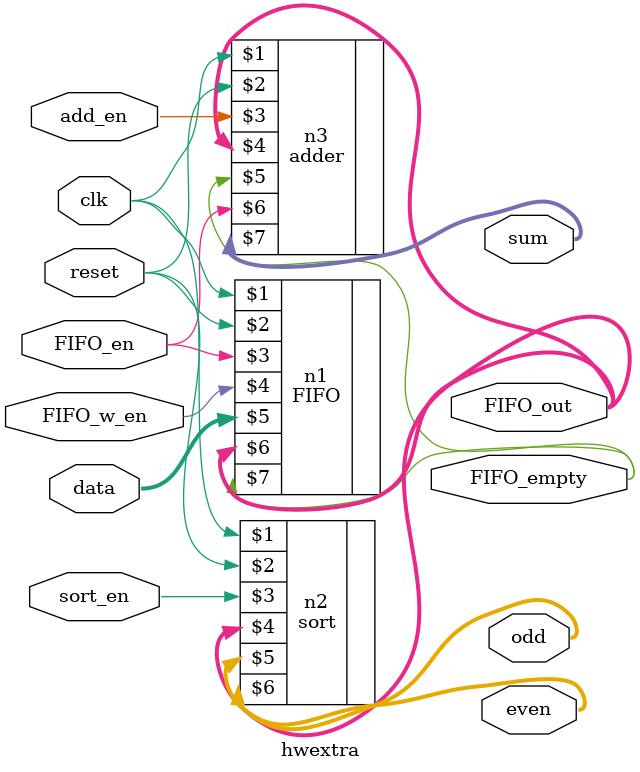
<source format=v>
module hwextra #(parameter WIDTH = 32)(
	input clk,
	input reset,
	input FIFO_en, // flag that data output
	input FIFO_w_en, // flag that controls data input
	input sort_en,
	input add_en,
	input [WIDTH-1:0] data,
	output wire [WIDTH-1:0] FIFO_out,
	output wire FIFO_empty,
	output wire [WIDTH-1:0] odd,
	output wire [WIDTH-1:0] even,
	output wire [WIDTH-1:0] sum
);

FIFO n1(clk, reset, FIFO_en, FIFO_w_en, data, FIFO_out, FIFO_empty);
sort n2(clk, reset, sort_en, FIFO_out, odd, even);
adder n3(clk, reset, add_en, FIFO_out, FIFO_empty, FIFO_en, sum);

endmodule

</source>
